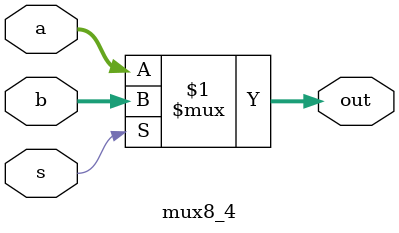
<source format=v>
module mux8_4(output wire [3:0] out, input wire [3:0] a, b, input wire s);

	assign out = s ? b : a; //oper. condicional de C, sintaxis [condicion ? valor_si_cierta : valor_si_falsa] 

endmodule

</source>
